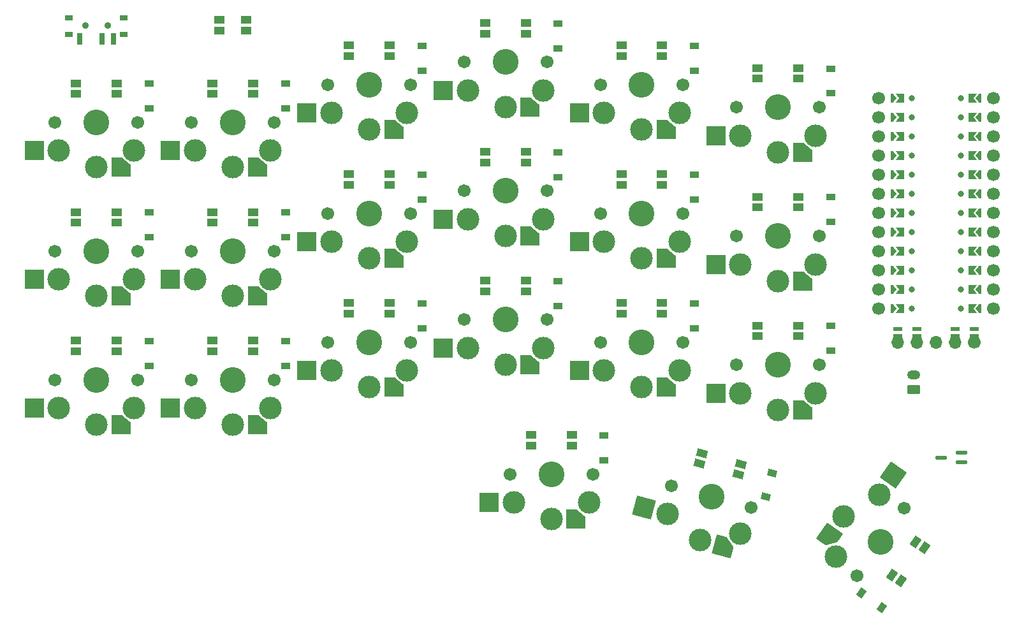
<source format=gbr>
%TF.GenerationSoftware,KiCad,Pcbnew,8.0.5*%
%TF.CreationDate,2024-11-11T15:34:29+00:00*%
%TF.ProjectId,kybd,6b796264-2e6b-4696-9361-645f70636258,v1.0.0*%
%TF.SameCoordinates,Original*%
%TF.FileFunction,Soldermask,Bot*%
%TF.FilePolarity,Negative*%
%FSLAX46Y46*%
G04 Gerber Fmt 4.6, Leading zero omitted, Abs format (unit mm)*
G04 Created by KiCad (PCBNEW 8.0.5) date 2024-11-11 15:34:29*
%MOMM*%
%LPD*%
G01*
G04 APERTURE LIST*
G04 Aperture macros list*
%AMRoundRect*
0 Rectangle with rounded corners*
0 $1 Rounding radius*
0 $2 $3 $4 $5 $6 $7 $8 $9 X,Y pos of 4 corners*
0 Add a 4 corners polygon primitive as box body*
4,1,4,$2,$3,$4,$5,$6,$7,$8,$9,$2,$3,0*
0 Add four circle primitives for the rounded corners*
1,1,$1+$1,$2,$3*
1,1,$1+$1,$4,$5*
1,1,$1+$1,$6,$7*
1,1,$1+$1,$8,$9*
0 Add four rect primitives between the rounded corners*
20,1,$1+$1,$2,$3,$4,$5,0*
20,1,$1+$1,$4,$5,$6,$7,0*
20,1,$1+$1,$6,$7,$8,$9,0*
20,1,$1+$1,$8,$9,$2,$3,0*%
%AMRotRect*
0 Rectangle, with rotation*
0 The origin of the aperture is its center*
0 $1 length*
0 $2 width*
0 $3 Rotation angle, in degrees counterclockwise*
0 Add horizontal line*
21,1,$1,$2,0,0,$3*%
%AMFreePoly0*
4,1,6,1.300000,-1.300000,-0.050000,-1.300000,-1.300000,-0.250000,-1.300000,1.300000,1.300000,1.300000,1.300000,-1.300000,1.300000,-1.300000,$1*%
%AMFreePoly1*
4,1,6,0.500000,-0.625000,-0.650000,-0.625000,-0.150000,0.000000,-0.650000,0.625000,0.500000,0.625000,0.500000,-0.625000,0.500000,-0.625000,$1*%
%AMFreePoly2*
4,1,6,0.250000,0.000000,-0.250000,-0.625000,-0.500000,-0.625000,-0.500000,0.625000,-0.250000,0.625000,0.250000,0.000000,0.250000,0.000000,$1*%
G04 Aperture macros list end*
%ADD10RotRect,0.900000X1.200000X255.000000*%
%ADD11R,1.400000X1.050000*%
%ADD12R,1.200000X0.900000*%
%ADD13C,1.701800*%
%ADD14C,3.000000*%
%ADD15C,3.429000*%
%ADD16FreePoly0,180.000000*%
%ADD17R,2.600000X2.600000*%
%ADD18O,1.700000X1.700000*%
%ADD19C,1.700000*%
%ADD20R,1.200000X0.600000*%
%ADD21FreePoly0,165.000000*%
%ADD22RotRect,2.600000X2.600000X165.000000*%
%ADD23FreePoly0,55.000000*%
%ADD24RotRect,2.600000X2.600000X55.000000*%
%ADD25FreePoly1,0.000000*%
%ADD26C,0.800000*%
%ADD27FreePoly2,180.000000*%
%ADD28FreePoly2,0.000000*%
%ADD29FreePoly1,180.000000*%
%ADD30RotRect,0.900000X1.200000X145.000000*%
%ADD31RoundRect,0.240000X0.635000X-0.360000X0.635000X0.360000X-0.635000X0.360000X-0.635000X-0.360000X0*%
%ADD32O,1.750000X1.200000*%
%ADD33R,1.400000X1.000000*%
%ADD34RotRect,1.400000X1.000000X235.000000*%
%ADD35RotRect,1.400000X1.000000X165.000000*%
%ADD36R,1.000000X0.800000*%
%ADD37C,0.900000*%
%ADD38R,0.700000X1.500000*%
%ADD39RoundRect,0.112500X0.637500X-0.112500X0.637500X0.112500X-0.637500X0.112500X-0.637500X-0.112500X0*%
G04 APERTURE END LIST*
D10*
%TO.C,D20*%
X164744350Y-87337222D03*
X163890250Y-90524778D03*
%TD*%
D11*
%TO.C,SW1*%
X91300000Y-28620000D03*
X94900000Y-28620000D03*
X91300000Y-27180000D03*
X94900000Y-27180000D03*
%TD*%
D12*
%TO.C,D5*%
X100100000Y-52750000D03*
X100100000Y-56050000D03*
%TD*%
%TO.C,D17*%
X172500000Y-50750000D03*
X172500000Y-54050000D03*
%TD*%
D13*
%TO.C,S20*%
X140900000Y-87500000D03*
D14*
X140400000Y-91250000D03*
X135400000Y-93450000D03*
D15*
X135400000Y-87500000D03*
D14*
X130400000Y-91250000D03*
D13*
X129900000Y-87500000D03*
D16*
X138675000Y-93450000D03*
D17*
X127125000Y-91250000D03*
%TD*%
D13*
%TO.C,S10*%
X116700000Y-35800000D03*
D14*
X116200000Y-39550000D03*
X111200000Y-41750000D03*
D15*
X111200000Y-35800000D03*
D14*
X106200000Y-39550000D03*
D13*
X105700000Y-35800000D03*
D16*
X114475000Y-41750000D03*
D17*
X102925000Y-39550000D03*
%TD*%
D13*
%TO.C,S8*%
X116700000Y-70000000D03*
D14*
X116200000Y-73750000D03*
X111200000Y-75950000D03*
D15*
X111200000Y-70000000D03*
D14*
X106200000Y-73750000D03*
D13*
X105700000Y-70000000D03*
D16*
X114475000Y-75950000D03*
D17*
X102925000Y-73750000D03*
%TD*%
D12*
%TO.C,D19*%
X142400000Y-82350000D03*
X142400000Y-85650000D03*
%TD*%
D13*
%TO.C,S4*%
X80500000Y-40800000D03*
D14*
X80000000Y-44550000D03*
X75000000Y-46750000D03*
D15*
X75000000Y-40800000D03*
D14*
X70000000Y-44550000D03*
D13*
X69500000Y-40800000D03*
D16*
X78275000Y-46750000D03*
D17*
X66725000Y-44550000D03*
%TD*%
D12*
%TO.C,D10*%
X136300000Y-61850000D03*
X136300000Y-65150000D03*
%TD*%
%TO.C,D15*%
X154400000Y-30650000D03*
X154400000Y-33950000D03*
%TD*%
D13*
%TO.C,S14*%
X152900000Y-70000000D03*
D14*
X152400000Y-73750000D03*
X147400000Y-75950000D03*
D15*
X147400000Y-70000000D03*
D14*
X142400000Y-73750000D03*
D13*
X141900000Y-70000000D03*
D16*
X150675000Y-75950000D03*
D17*
X139125000Y-73750000D03*
%TD*%
D13*
%TO.C,S2*%
X80500000Y-75000000D03*
D14*
X80000000Y-78750000D03*
X75000000Y-80950000D03*
D15*
X75000000Y-75000000D03*
D14*
X70000000Y-78750000D03*
D13*
X69500000Y-75000000D03*
D16*
X78275000Y-80950000D03*
D17*
X66725000Y-78750000D03*
%TD*%
D12*
%TO.C,D8*%
X118200000Y-47750000D03*
X118200000Y-51050000D03*
%TD*%
D13*
%TO.C,S5*%
X98600000Y-75000000D03*
D14*
X98100000Y-78750000D03*
X93100000Y-80950000D03*
D15*
X93100000Y-75000000D03*
D14*
X88100000Y-78750000D03*
D13*
X87600000Y-75000000D03*
D16*
X96375000Y-80950000D03*
D17*
X84825000Y-78750000D03*
%TD*%
D12*
%TO.C,D7*%
X118200000Y-64850000D03*
X118200000Y-68150000D03*
%TD*%
D13*
%TO.C,S18*%
X171000000Y-55900000D03*
D14*
X170500000Y-59650000D03*
X165500000Y-61850000D03*
D15*
X165500000Y-55900000D03*
D14*
X160500000Y-59650000D03*
D13*
X160000000Y-55900000D03*
D16*
X168775000Y-61850000D03*
D17*
X157225000Y-59650000D03*
%TD*%
D12*
%TO.C,D4*%
X100100000Y-69850000D03*
X100100000Y-73150000D03*
%TD*%
D18*
%TO.C,DISP1*%
X181420000Y-70000000D03*
X183960000Y-70000000D03*
X186500000Y-70000000D03*
X189040000Y-70000000D03*
D19*
X191580000Y-70000000D03*
D20*
X191580000Y-69150000D03*
X189040000Y-69150000D03*
X183960000Y-69150000D03*
X181420000Y-69150000D03*
X191580000Y-68250000D03*
X189040000Y-68250000D03*
X183960000Y-68250000D03*
X181420000Y-68250000D03*
%TD*%
D13*
%TO.C,S11*%
X134800000Y-67000000D03*
D14*
X134300000Y-70750000D03*
X129300000Y-72950000D03*
D15*
X129300000Y-67000000D03*
D14*
X124300000Y-70750000D03*
D13*
X123800000Y-67000000D03*
D16*
X132575000Y-72950000D03*
D17*
X121025000Y-70750000D03*
%TD*%
D12*
%TO.C,D6*%
X100100000Y-35650000D03*
X100100000Y-38950000D03*
%TD*%
%TO.C,D1*%
X82000000Y-69850000D03*
X82000000Y-73150000D03*
%TD*%
D13*
%TO.C,S17*%
X171000000Y-73000000D03*
D14*
X170500000Y-76750000D03*
X165500000Y-78950000D03*
D15*
X165500000Y-73000000D03*
D14*
X160500000Y-76750000D03*
D13*
X160000000Y-73000000D03*
D16*
X168775000Y-78950000D03*
D17*
X157225000Y-76750000D03*
%TD*%
D13*
%TO.C,S6*%
X98600000Y-57900000D03*
D14*
X98100000Y-61650000D03*
X93100000Y-63850000D03*
D15*
X93100000Y-57900000D03*
D14*
X88100000Y-61650000D03*
D13*
X87600000Y-57900000D03*
D16*
X96375000Y-63850000D03*
D17*
X84825000Y-61650000D03*
%TD*%
D13*
%TO.C,S15*%
X152900000Y-52900000D03*
D14*
X152400000Y-56650000D03*
X147400000Y-58850000D03*
D15*
X147400000Y-52900000D03*
D14*
X142400000Y-56650000D03*
D13*
X141900000Y-52900000D03*
D16*
X150675000Y-58850000D03*
D17*
X139125000Y-56650000D03*
%TD*%
D12*
%TO.C,D13*%
X154400000Y-64850000D03*
X154400000Y-68150000D03*
%TD*%
D13*
%TO.C,S21*%
X161962592Y-91923505D03*
D14*
X160509058Y-95416317D03*
X155110027Y-96247259D03*
D15*
X156650000Y-90500000D03*
D14*
X150849799Y-92828127D03*
D13*
X151337408Y-89076495D03*
D21*
X158273434Y-97094891D03*
D22*
X147686392Y-91980494D03*
%TD*%
D13*
%TO.C,S1*%
X175953130Y-101022836D03*
D14*
X173168098Y-98462349D03*
X174233845Y-93104720D03*
D15*
X179107800Y-96517500D03*
D14*
X178903862Y-90270828D03*
D13*
X182262470Y-92012164D03*
D23*
X172355383Y-95787443D03*
D24*
X180782325Y-87588105D03*
%TD*%
D12*
%TO.C,D3*%
X82000000Y-35650000D03*
X82000000Y-38950000D03*
%TD*%
D13*
%TO.C,S19*%
X171000000Y-38800000D03*
D14*
X170500000Y-42550000D03*
X165500000Y-44750000D03*
D15*
X165500000Y-38800000D03*
D14*
X160500000Y-42550000D03*
D13*
X160000000Y-38800000D03*
D16*
X168775000Y-44750000D03*
D17*
X157225000Y-42550000D03*
%TD*%
D25*
%TO.C,MCU1*%
X181725000Y-37600000D03*
D26*
X189762000Y-37600000D03*
D27*
X192000000Y-37600000D03*
D19*
X194120000Y-37600000D03*
D25*
X181725000Y-40140000D03*
D26*
X189762000Y-40140000D03*
D27*
X192000000Y-40140000D03*
D19*
X194120000Y-40140000D03*
D25*
X181725000Y-42680000D03*
D26*
X189762000Y-42680000D03*
D27*
X192000000Y-42680000D03*
D19*
X194120000Y-42680000D03*
D25*
X181725000Y-45220000D03*
D26*
X189762000Y-45220000D03*
D27*
X192000000Y-45220000D03*
D19*
X194120000Y-45220000D03*
D25*
X181725000Y-47760000D03*
D26*
X189762000Y-47760000D03*
D27*
X192000000Y-47760000D03*
D19*
X194120000Y-47760000D03*
D25*
X181725000Y-50300000D03*
D26*
X189762000Y-50300000D03*
D27*
X192000000Y-50300000D03*
D19*
X194120000Y-50300000D03*
D25*
X181725000Y-52840000D03*
D26*
X189762000Y-52840000D03*
D27*
X192000000Y-52840000D03*
D19*
X194120000Y-52840000D03*
D25*
X181725000Y-55380000D03*
D26*
X189762000Y-55380000D03*
D27*
X192000000Y-55380000D03*
D19*
X194120000Y-55380000D03*
D25*
X181725000Y-57920000D03*
D26*
X189762000Y-57920000D03*
D27*
X192000000Y-57920000D03*
D19*
X194120000Y-57920000D03*
D25*
X181725000Y-60460000D03*
D26*
X189762000Y-60460000D03*
D27*
X192000000Y-60460000D03*
D19*
X194120000Y-60460000D03*
D25*
X181725000Y-63000000D03*
D26*
X189762000Y-63000000D03*
D27*
X192000000Y-63000000D03*
D19*
X194120000Y-63000000D03*
D25*
X181725000Y-65540000D03*
D26*
X189762000Y-65540000D03*
D27*
X192000000Y-65540000D03*
D19*
X194120000Y-65540000D03*
X178880000Y-65540000D03*
D28*
X181000000Y-65540000D03*
D19*
X178880000Y-63000000D03*
D28*
X181000000Y-63000000D03*
D19*
X178880000Y-60460000D03*
D28*
X181000000Y-60460000D03*
D19*
X178880000Y-57920000D03*
D28*
X181000000Y-57920000D03*
D19*
X178880000Y-55380000D03*
D28*
X181000000Y-55380000D03*
D19*
X178880000Y-52840000D03*
D28*
X181000000Y-52840000D03*
D19*
X178880000Y-50300000D03*
D28*
X181000000Y-50300000D03*
D19*
X178880000Y-47760000D03*
D28*
X181000000Y-47760000D03*
D19*
X178880000Y-45220000D03*
D28*
X181000000Y-45220000D03*
D19*
X178880000Y-42680000D03*
D28*
X181000000Y-42680000D03*
D19*
X178880000Y-40140000D03*
D28*
X181000000Y-40140000D03*
D19*
X178880000Y-37600000D03*
D28*
X181000000Y-37600000D03*
D26*
X183238000Y-65540000D03*
D29*
X191275000Y-65540000D03*
D26*
X183238000Y-63000000D03*
D29*
X191275000Y-63000000D03*
D26*
X183238000Y-60460000D03*
D29*
X191275000Y-60460000D03*
D26*
X183238000Y-57920000D03*
D29*
X191275000Y-57920000D03*
D26*
X183238000Y-55380000D03*
D29*
X191275000Y-55380000D03*
D26*
X183238000Y-52840000D03*
D29*
X191275000Y-52840000D03*
D26*
X183238000Y-50300000D03*
D29*
X191275000Y-50300000D03*
D26*
X183238000Y-47760000D03*
D29*
X191275000Y-47760000D03*
D26*
X183238000Y-45220000D03*
D29*
X191275000Y-45220000D03*
D26*
X183238000Y-42680000D03*
D29*
X191275000Y-42680000D03*
D26*
X183238000Y-40140000D03*
D29*
X191275000Y-40140000D03*
D26*
X183238000Y-37600000D03*
D29*
X191275000Y-37600000D03*
%TD*%
D13*
%TO.C,S7*%
X98600000Y-40800000D03*
D14*
X98100000Y-44550000D03*
X93100000Y-46750000D03*
D15*
X93100000Y-40800000D03*
D14*
X88100000Y-44550000D03*
D13*
X87600000Y-40800000D03*
D16*
X96375000Y-46750000D03*
D17*
X84825000Y-44550000D03*
%TD*%
D30*
%TO.C,D21*%
X179311401Y-105205501D03*
X176608199Y-103312699D03*
%TD*%
D12*
%TO.C,D11*%
X136300000Y-44750000D03*
X136300000Y-48050000D03*
%TD*%
%TO.C,D16*%
X172500000Y-67850000D03*
X172500000Y-71150000D03*
%TD*%
%TO.C,D18*%
X172500000Y-33650000D03*
X172500000Y-36950000D03*
%TD*%
D31*
%TO.C,JST1*%
X183500000Y-76300000D03*
D32*
X183500000Y-74300000D03*
%TD*%
D13*
%TO.C,S9*%
X116700000Y-52900000D03*
D14*
X116200000Y-56650000D03*
X111200000Y-58850000D03*
D15*
X111200000Y-52900000D03*
D14*
X106200000Y-56650000D03*
D13*
X105700000Y-52900000D03*
D16*
X114475000Y-58850000D03*
D17*
X102925000Y-56650000D03*
%TD*%
D12*
%TO.C,D14*%
X154400000Y-47750000D03*
X154400000Y-51050000D03*
%TD*%
D13*
%TO.C,S12*%
X134800000Y-49900000D03*
D14*
X134300000Y-53650000D03*
X129300000Y-55850000D03*
D15*
X129300000Y-49900000D03*
D14*
X124300000Y-53650000D03*
D13*
X123800000Y-49900000D03*
D16*
X132575000Y-55850000D03*
D17*
X121025000Y-53650000D03*
%TD*%
D12*
%TO.C,D2*%
X82000000Y-52750000D03*
X82000000Y-56050000D03*
%TD*%
%TO.C,D12*%
X136300000Y-27650000D03*
X136300000Y-30950000D03*
%TD*%
D13*
%TO.C,S16*%
X152900000Y-35800000D03*
D14*
X152400000Y-39550000D03*
X147400000Y-41750000D03*
D15*
X147400000Y-35800000D03*
D14*
X142400000Y-39550000D03*
D13*
X141900000Y-35800000D03*
D16*
X150675000Y-41750000D03*
D17*
X139125000Y-39550000D03*
%TD*%
D12*
%TO.C,D9*%
X118200000Y-30650000D03*
X118200000Y-33950000D03*
%TD*%
D13*
%TO.C,S13*%
X134800000Y-32800000D03*
D14*
X134300000Y-36550000D03*
X129300000Y-38750000D03*
D15*
X129300000Y-32800000D03*
D14*
X124300000Y-36550000D03*
D13*
X123800000Y-32800000D03*
D16*
X132575000Y-38750000D03*
D17*
X121025000Y-36550000D03*
%TD*%
D13*
%TO.C,S3*%
X80500000Y-57900000D03*
D14*
X80000000Y-61650000D03*
X75000000Y-63850000D03*
D15*
X75000000Y-57900000D03*
D14*
X70000000Y-61650000D03*
D13*
X69500000Y-57900000D03*
D16*
X78275000Y-63850000D03*
D17*
X66725000Y-61650000D03*
%TD*%
D33*
%TO.C,LED3*%
X132000000Y-29000000D03*
X132000000Y-27600000D03*
X126600000Y-27600000D03*
X126600000Y-29000000D03*
%TD*%
%TO.C,LED1*%
X168200000Y-35000000D03*
X168200000Y-33600000D03*
X162800000Y-33600000D03*
X162800000Y-35000000D03*
%TD*%
%TO.C,LED18*%
X77700000Y-71200000D03*
X77700000Y-69800000D03*
X72300000Y-69800000D03*
X72300000Y-71200000D03*
%TD*%
%TO.C,LED15*%
X132000000Y-63200000D03*
X132000000Y-61800000D03*
X126600000Y-61800000D03*
X126600000Y-63200000D03*
%TD*%
D34*
%TO.C,LED21*%
X180671937Y-100908807D03*
X181818750Y-101711814D03*
X184916063Y-97288393D03*
X183769250Y-96485386D03*
%TD*%
D33*
%TO.C,LED6*%
X77700000Y-37000000D03*
X77700000Y-35600000D03*
X72300000Y-35600000D03*
X72300000Y-37000000D03*
%TD*%
%TO.C,LED11*%
X144700000Y-47700000D03*
X144700000Y-49100000D03*
X150100000Y-49100000D03*
X150100000Y-47700000D03*
%TD*%
D35*
%TO.C,LED20*%
X155387874Y-84778340D03*
X155025527Y-86130637D03*
X160241526Y-87528260D03*
X160603873Y-86175963D03*
%TD*%
D33*
%TO.C,LED7*%
X72300000Y-52700000D03*
X72300000Y-54100000D03*
X77700000Y-54100000D03*
X77700000Y-52700000D03*
%TD*%
%TO.C,LED17*%
X95800000Y-71200000D03*
X95800000Y-69800000D03*
X90400000Y-69800000D03*
X90400000Y-71200000D03*
%TD*%
%TO.C,LED19*%
X132700000Y-82300000D03*
X132700000Y-83700000D03*
X138100000Y-83700000D03*
X138100000Y-82300000D03*
%TD*%
%TO.C,LED9*%
X108500000Y-47700000D03*
X108500000Y-49100000D03*
X113900000Y-49100000D03*
X113900000Y-47700000D03*
%TD*%
%TO.C,LED14*%
X150100000Y-66200000D03*
X150100000Y-64800000D03*
X144700000Y-64800000D03*
X144700000Y-66200000D03*
%TD*%
%TO.C,LED5*%
X95800000Y-37000000D03*
X95800000Y-35600000D03*
X90400000Y-35600000D03*
X90400000Y-37000000D03*
%TD*%
%TO.C,LED12*%
X162800000Y-50700000D03*
X162800000Y-52100000D03*
X168200000Y-52100000D03*
X168200000Y-50700000D03*
%TD*%
%TO.C,LED10*%
X126600000Y-44700000D03*
X126600000Y-46100000D03*
X132000000Y-46100000D03*
X132000000Y-44700000D03*
%TD*%
D36*
%TO.C,PWR1*%
X71350000Y-29085000D03*
X78650000Y-29085000D03*
D37*
X73500000Y-27975000D03*
X76500000Y-27975000D03*
D36*
X71350000Y-26875000D03*
X78650000Y-26875000D03*
D38*
X72750000Y-29735000D03*
X75750000Y-29735000D03*
X77250000Y-29735000D03*
%TD*%
D33*
%TO.C,LED4*%
X113900000Y-32000000D03*
X113900000Y-30600000D03*
X108500000Y-30600000D03*
X108500000Y-32000000D03*
%TD*%
D39*
%TO.C,D22*%
X189830000Y-84650000D03*
X189830000Y-85950000D03*
X187170000Y-85300000D03*
%TD*%
D33*
%TO.C,LED13*%
X168200000Y-69200000D03*
X168200000Y-67800000D03*
X162800000Y-67800000D03*
X162800000Y-69200000D03*
%TD*%
%TO.C,LED8*%
X90400000Y-52700000D03*
X90400000Y-54100000D03*
X95800000Y-54100000D03*
X95800000Y-52700000D03*
%TD*%
%TO.C,LED16*%
X113900000Y-66200000D03*
X113900000Y-64800000D03*
X108500000Y-64800000D03*
X108500000Y-66200000D03*
%TD*%
%TO.C,LED2*%
X150100000Y-32000000D03*
X150100000Y-30600000D03*
X144700000Y-30600000D03*
X144700000Y-32000000D03*
%TD*%
M02*

</source>
